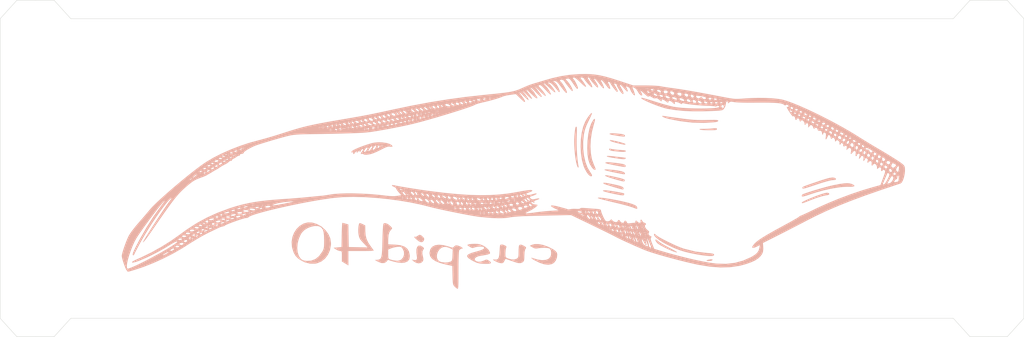
<source format=kicad_pcb>
(kicad_pcb (version 20221018) (generator pcbnew)
  (layers (0 "F.Cu" signal) (31 "B.Cu" signal) (34 "B.Paste" user) (35 "F.Paste" user) (36 "B.SilkS" user "B.Silkscreen") (37 "F.SilkS" user "F.Silkscreen") (38 "B.Mask" user) (39 "F.Mask" user) (44 "Edge.Cuts" user))
  (net 0 "")
  (footprint "MountingHole:MountingHole_2.2mm_M2" (layer "F.Cu") (at 19.35 41)
    (fp_text reference "REF**" hide)
    (fp_text value "MountingHole_2.2mm_M2")
    (pad "" np_thru_hole circle (at 0 0) (size 2.2 2.2) (drill 2.2) (layers "F&B.Cu" "*.Mask"))
  )
  (footprint "MountingHole:MountingHole_2.2mm_M2" (layer "F.Cu") (at 19.35 126.9625 180)
    (fp_text reference "REF**" hide)
    (fp_text value "MountingHole_2.2mm_M2")
    (pad "" np_thru_hole circle (at 0 0 180) (size 2.2 2.2) (drill 2.2) (layers "F&B.Cu" "*.Mask"))
  )
  (footprint "MountingHole:MountingHole_2.2mm_M2" (layer "F.Cu") (at 276.525 41)
    (fp_text reference "REF**" hide)
    (fp_text value "MountingHole_2.2mm_M2")
    (pad "" np_thru_hole circle (at 0 0) (size 2.2 2.2) (drill 2.2) (layers "F&B.Cu" "*.Mask"))
  )
  (footprint "MountingHole:MountingHole_2.2mm_M2" (layer "F.Cu") (at 276.525 126.9625 180)
    (fp_text reference "REF**" hide)
    (fp_text value "MountingHole_2.2mm_M2")
    (pad "" np_thru_hole circle (at 0 0 180) (size 2.2 2.2) (drill 2.2) (layers "F&B.Cu" "*.Mask"))
  )
  (footprint "Silkscreens:cuspid text" (layer "B.Cu") (at 147.9375 84.9812 180)
    (fp_text reference "G***" hide)
    (fp_text value "LOGO" hide)
  )
  (gr_line (start 276.525 38.5) (end 281.525 38.5) (stroke (width 0.1)) (layer "Edge.Cuts"))
  (gr_line (start 24.35 38.5) (end 28.875 43.5) (stroke (width 0.1)) (layer "Edge.Cuts"))
  (gr_line (start 19.35 129.4625) (end 14.35 129.4625) (stroke (width 0.1)) (layer "Edge.Cuts"))
  (gr_line (start 267 43.5) (end 28.875 43.5) (stroke (width 0.1)) (layer "Edge.Cuts"))
  (gr_line (start 19.35 129.4625) (end 24.35 129.4625) (stroke (width 0.1)) (layer "Edge.Cuts"))
  (gr_line (start 271.525 129.4625) (end 267 124.4625) (stroke (width 0.1)) (layer "Edge.Cuts"))
  (gr_line (start 19.35 38.5) (end 14.35 38.5) (stroke (width 0.1)) (layer "Edge.Cuts"))
  (gr_line (start 14.35 129.4625) (end 9.825 124.4625) (stroke (width 0.1)) (layer "Edge.Cuts"))
  (gr_line (start 271.525 38.5) (end 267 43.5) (stroke (width 0.1)) (layer "Edge.Cuts"))
  (gr_line (start 281.525 38.5) (end 286.05 43.5) (stroke (width 0.1)) (layer "Edge.Cuts"))
  (gr_line (start 276.525 38.5) (end 271.525 38.5) (stroke (width 0.1)) (layer "Edge.Cuts"))
  (gr_line (start 9.825 124.4625) (end 9.825 43.5) (stroke (width 0.1)) (layer "Edge.Cuts"))
  (gr_line (start 24.35 129.4625) (end 28.875 124.4625) (stroke (width 0.1)) (layer "Edge.Cuts"))
  (gr_line (start 19.35 38.5) (end 24.35 38.5) (stroke (width 0.1)) (layer "Edge.Cuts"))
  (gr_line (start 286.05 43.5) (end 286.05 124.4625) (stroke (width 0.1)) (layer "Edge.Cuts"))
  (gr_line (start 276.525 129.4625) (end 281.525 129.4625) (stroke (width 0.1)) (layer "Edge.Cuts"))
  (gr_line (start 28.875 124.4625) (end 267 124.4625) (stroke (width 0.1)) (layer "Edge.Cuts"))
  (gr_line (start 276.525 129.4625) (end 271.525 129.4625) (stroke (width 0.1)) (layer "Edge.Cuts"))
  (gr_line (start 14.35 38.5) (end 9.825 43.5) (stroke (width 0.1)) (layer "Edge.Cuts"))
  (gr_line (start 281.525 129.4625) (end 286.05 124.4625) (stroke (width 0.1)) (layer "Edge.Cuts"))
)
</source>
